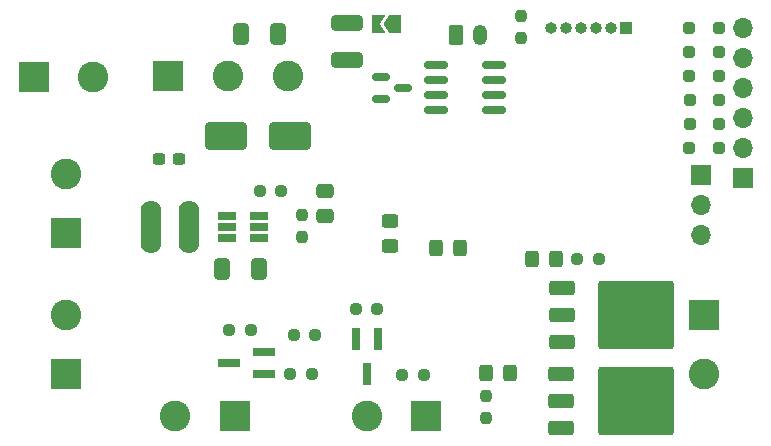
<source format=gbr>
%TF.GenerationSoftware,KiCad,Pcbnew,7.0.5*%
%TF.CreationDate,2023-08-16T19:13:53+03:00*%
%TF.ProjectId,lamps,6c616d70-732e-46b6-9963-61645f706362,rev?*%
%TF.SameCoordinates,Original*%
%TF.FileFunction,Soldermask,Bot*%
%TF.FilePolarity,Negative*%
%FSLAX46Y46*%
G04 Gerber Fmt 4.6, Leading zero omitted, Abs format (unit mm)*
G04 Created by KiCad (PCBNEW 7.0.5) date 2023-08-16 19:13:53*
%MOMM*%
%LPD*%
G01*
G04 APERTURE LIST*
G04 Aperture macros list*
%AMRoundRect*
0 Rectangle with rounded corners*
0 $1 Rounding radius*
0 $2 $3 $4 $5 $6 $7 $8 $9 X,Y pos of 4 corners*
0 Add a 4 corners polygon primitive as box body*
4,1,4,$2,$3,$4,$5,$6,$7,$8,$9,$2,$3,0*
0 Add four circle primitives for the rounded corners*
1,1,$1+$1,$2,$3*
1,1,$1+$1,$4,$5*
1,1,$1+$1,$6,$7*
1,1,$1+$1,$8,$9*
0 Add four rect primitives between the rounded corners*
20,1,$1+$1,$2,$3,$4,$5,0*
20,1,$1+$1,$4,$5,$6,$7,0*
20,1,$1+$1,$6,$7,$8,$9,0*
20,1,$1+$1,$8,$9,$2,$3,0*%
%AMFreePoly0*
4,1,6,1.000000,0.000000,0.500000,-0.750000,-0.500000,-0.750000,-0.500000,0.750000,0.500000,0.750000,1.000000,0.000000,1.000000,0.000000,$1*%
%AMFreePoly1*
4,1,6,0.500000,-0.750000,-0.650000,-0.750000,-0.150000,0.000000,-0.650000,0.750000,0.500000,0.750000,0.500000,-0.750000,0.500000,-0.750000,$1*%
G04 Aperture macros list end*
%ADD10R,2.600000X2.600000*%
%ADD11C,2.600000*%
%ADD12RoundRect,0.250000X0.325000X0.450000X-0.325000X0.450000X-0.325000X-0.450000X0.325000X-0.450000X0*%
%ADD13RoundRect,0.250000X-0.850000X-0.350000X0.850000X-0.350000X0.850000X0.350000X-0.850000X0.350000X0*%
%ADD14RoundRect,0.249997X-2.950003X-2.650003X2.950003X-2.650003X2.950003X2.650003X-2.950003X2.650003X0*%
%ADD15R,0.800000X1.900000*%
%ADD16R,1.700000X1.700000*%
%ADD17O,1.700000X1.700000*%
%ADD18RoundRect,0.237500X0.250000X0.237500X-0.250000X0.237500X-0.250000X-0.237500X0.250000X-0.237500X0*%
%ADD19RoundRect,0.237500X-0.250000X-0.237500X0.250000X-0.237500X0.250000X0.237500X-0.250000X0.237500X0*%
%ADD20RoundRect,0.250000X-0.325000X-0.450000X0.325000X-0.450000X0.325000X0.450000X-0.325000X0.450000X0*%
%ADD21RoundRect,0.237500X-0.237500X0.250000X-0.237500X-0.250000X0.237500X-0.250000X0.237500X0.250000X0*%
%ADD22RoundRect,0.250000X-0.350000X-0.625000X0.350000X-0.625000X0.350000X0.625000X-0.350000X0.625000X0*%
%ADD23O,1.200000X1.750000*%
%ADD24R,1.000000X1.000000*%
%ADD25O,1.000000X1.000000*%
%ADD26RoundRect,0.250000X0.412500X0.650000X-0.412500X0.650000X-0.412500X-0.650000X0.412500X-0.650000X0*%
%ADD27RoundRect,0.250000X0.250000X0.250000X-0.250000X0.250000X-0.250000X-0.250000X0.250000X-0.250000X0*%
%ADD28RoundRect,0.250000X-0.450000X0.325000X-0.450000X-0.325000X0.450000X-0.325000X0.450000X0.325000X0*%
%ADD29RoundRect,0.150000X-0.587500X-0.150000X0.587500X-0.150000X0.587500X0.150000X-0.587500X0.150000X0*%
%ADD30RoundRect,0.250000X-0.412500X-0.650000X0.412500X-0.650000X0.412500X0.650000X-0.412500X0.650000X0*%
%ADD31FreePoly0,180.000000*%
%ADD32FreePoly1,180.000000*%
%ADD33RoundRect,0.237500X0.300000X0.237500X-0.300000X0.237500X-0.300000X-0.237500X0.300000X-0.237500X0*%
%ADD34RoundRect,0.250000X-0.475000X0.337500X-0.475000X-0.337500X0.475000X-0.337500X0.475000X0.337500X0*%
%ADD35RoundRect,0.150000X0.825000X0.150000X-0.825000X0.150000X-0.825000X-0.150000X0.825000X-0.150000X0*%
%ADD36RoundRect,0.250000X1.075000X-0.400000X1.075000X0.400000X-1.075000X0.400000X-1.075000X-0.400000X0*%
%ADD37RoundRect,0.237500X0.237500X-0.250000X0.237500X0.250000X-0.237500X0.250000X-0.237500X-0.250000X0*%
%ADD38R,1.560000X0.650000*%
%ADD39RoundRect,0.250000X-1.500000X-0.900000X1.500000X-0.900000X1.500000X0.900000X-1.500000X0.900000X0*%
%ADD40O,1.750000X4.500000*%
%ADD41R,1.900000X0.800000*%
G04 APERTURE END LIST*
D10*
%TO.C,J11*%
X104750000Y-92500000D03*
D11*
X99750000Y-92500000D03*
%TD*%
D10*
%TO.C,J10*%
X128250000Y-84000000D03*
D11*
X128250000Y-89000000D03*
%TD*%
D10*
%TO.C,J9*%
X88500000Y-92500000D03*
D11*
X83500000Y-92500000D03*
%TD*%
D10*
%TO.C,J8*%
X74250000Y-89000000D03*
D11*
X74250000Y-84000000D03*
%TD*%
D10*
%TO.C,J7*%
X74250000Y-77000000D03*
D11*
X74250000Y-72000000D03*
%TD*%
D10*
%TO.C,J6*%
X71500000Y-63805000D03*
D11*
X76500000Y-63805000D03*
%TD*%
D12*
%TO.C,D10*%
X115750000Y-79250000D03*
X113700000Y-79250000D03*
%TD*%
D13*
%TO.C,Q2*%
X116200000Y-86280000D03*
X116200000Y-84000000D03*
D14*
X122500000Y-84000000D03*
D13*
X116200000Y-81720000D03*
%TD*%
D15*
%TO.C,Q4*%
X98770400Y-86001600D03*
X100670400Y-86001600D03*
X99720400Y-89001600D03*
%TD*%
D16*
%TO.C,J5*%
X131572000Y-72390000D03*
D17*
X131572000Y-69850000D03*
X131572000Y-67310000D03*
X131572000Y-64770000D03*
X131572000Y-62230000D03*
X131572000Y-59690000D03*
%TD*%
D12*
%TO.C,D11*%
X105569800Y-78333600D03*
X107619800Y-78333600D03*
%TD*%
D16*
%TO.C,J2*%
X128016000Y-72136000D03*
D17*
X128016000Y-74676000D03*
X128016000Y-77216000D03*
%TD*%
D18*
%TO.C,R16*%
X102717600Y-89027000D03*
X104542600Y-89027000D03*
%TD*%
D19*
%TO.C,R13*%
X119325000Y-79250000D03*
X117500000Y-79250000D03*
%TD*%
D20*
%TO.C,D13*%
X109760800Y-88900000D03*
X111810800Y-88900000D03*
%TD*%
D21*
%TO.C,R22*%
X109753400Y-90830400D03*
X109753400Y-92655400D03*
%TD*%
D10*
%TO.C,J1*%
X82840000Y-63750000D03*
D11*
X87920000Y-63750000D03*
X93000000Y-63750000D03*
%TD*%
D18*
%TO.C,R14*%
X98757100Y-83464400D03*
X100582100Y-83464400D03*
%TD*%
D22*
%TO.C,J4*%
X107250000Y-60250000D03*
D23*
X109250000Y-60250000D03*
%TD*%
D24*
%TO.C,J3*%
X121666000Y-59690000D03*
D25*
X120396000Y-59690000D03*
X119126000Y-59690000D03*
X117856000Y-59690000D03*
X116586000Y-59690000D03*
X115316000Y-59690000D03*
%TD*%
D26*
%TO.C,C2*%
X92202000Y-60198000D03*
X89077000Y-60198000D03*
%TD*%
D27*
%TO.C,D4*%
X129500000Y-63754000D03*
X127000000Y-63754000D03*
%TD*%
D28*
%TO.C,D12*%
X101650800Y-76047600D03*
X101650800Y-78097600D03*
%TD*%
D27*
%TO.C,D6*%
X129520000Y-61722000D03*
X127020000Y-61722000D03*
%TD*%
D29*
%TO.C,D2*%
X100918800Y-65720000D03*
X100918800Y-63820000D03*
X102793800Y-64770000D03*
%TD*%
D13*
%TO.C,Q7*%
X116154800Y-93543200D03*
X116154800Y-91263200D03*
D14*
X122454800Y-91263200D03*
D13*
X116154800Y-88983200D03*
%TD*%
D30*
%TO.C,C3*%
X87426000Y-80094000D03*
X90551000Y-80094000D03*
%TD*%
D31*
%TO.C,JP1*%
X102108000Y-59334400D03*
D32*
X100658000Y-59334400D03*
%TD*%
D33*
%TO.C,C1*%
X83792400Y-70789800D03*
X82067400Y-70789800D03*
%TD*%
D27*
%TO.C,D8*%
X129520000Y-59690000D03*
X127020000Y-59690000D03*
%TD*%
D21*
%TO.C,R3*%
X94234000Y-75522000D03*
X94234000Y-77347000D03*
%TD*%
D34*
%TO.C,C6*%
X96139000Y-73490000D03*
X96139000Y-75565000D03*
%TD*%
D35*
%TO.C,U4*%
X110475000Y-62845000D03*
X110475000Y-64115000D03*
X110475000Y-65385000D03*
X110475000Y-66655000D03*
X105525000Y-66655000D03*
X105525000Y-65385000D03*
X105525000Y-64115000D03*
X105525000Y-62845000D03*
%TD*%
D36*
%TO.C,R7*%
X97993200Y-62383600D03*
X97993200Y-59283600D03*
%TD*%
D37*
%TO.C,R6*%
X112776000Y-60499000D03*
X112776000Y-58674000D03*
%TD*%
D27*
%TO.C,D7*%
X129520000Y-69850000D03*
X127020000Y-69850000D03*
%TD*%
%TO.C,D3*%
X129540000Y-65786000D03*
X127040000Y-65786000D03*
%TD*%
D18*
%TO.C,R4*%
X92456000Y-73490000D03*
X90631000Y-73490000D03*
%TD*%
D38*
%TO.C,U2*%
X87851000Y-77488000D03*
X87851000Y-76538000D03*
X87851000Y-75588000D03*
X90551000Y-75588000D03*
X90551000Y-76538000D03*
X90551000Y-77488000D03*
%TD*%
D18*
%TO.C,R17*%
X95347800Y-85699600D03*
X93522800Y-85699600D03*
%TD*%
D27*
%TO.C,D5*%
X129540000Y-67818000D03*
X127040000Y-67818000D03*
%TD*%
D39*
%TO.C,D1*%
X87818000Y-68834000D03*
X93218000Y-68834000D03*
%TD*%
D40*
%TO.C,L1*%
X84657000Y-76538000D03*
X81407000Y-76538000D03*
%TD*%
D41*
%TO.C,Q5*%
X91033600Y-87071200D03*
X91033600Y-88971200D03*
X88033600Y-88021200D03*
%TD*%
D19*
%TO.C,R18*%
X93221800Y-88950800D03*
X95046800Y-88950800D03*
%TD*%
D18*
%TO.C,R19*%
X89861400Y-85242400D03*
X88036400Y-85242400D03*
%TD*%
M02*

</source>
